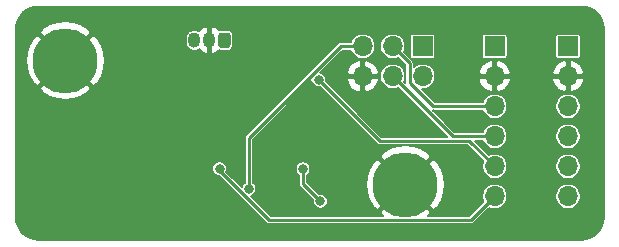
<source format=gbr>
%TF.GenerationSoftware,KiCad,Pcbnew,(5.1.9)-1*%
%TF.CreationDate,2021-02-27T13:09:48+00:00*%
%TF.ProjectId,filaSens-attiny84,66696c61-5365-46e7-932d-617474696e79,rev?*%
%TF.SameCoordinates,Original*%
%TF.FileFunction,Copper,L2,Bot*%
%TF.FilePolarity,Positive*%
%FSLAX46Y46*%
G04 Gerber Fmt 4.6, Leading zero omitted, Abs format (unit mm)*
G04 Created by KiCad (PCBNEW (5.1.9)-1) date 2021-02-27 13:09:48*
%MOMM*%
%LPD*%
G01*
G04 APERTURE LIST*
%TA.AperFunction,ComponentPad*%
%ADD10O,1.700000X1.700000*%
%TD*%
%TA.AperFunction,ComponentPad*%
%ADD11R,1.700000X1.700000*%
%TD*%
%TA.AperFunction,ComponentPad*%
%ADD12C,5.500000*%
%TD*%
%TA.AperFunction,ComponentPad*%
%ADD13O,1.050000X1.300000*%
%TD*%
%TA.AperFunction,ViaPad*%
%ADD14C,0.800000*%
%TD*%
%TA.AperFunction,Conductor*%
%ADD15C,0.250000*%
%TD*%
%TA.AperFunction,Conductor*%
%ADD16C,0.254000*%
%TD*%
%TA.AperFunction,Conductor*%
%ADD17C,0.203200*%
%TD*%
%TA.AperFunction,Conductor*%
%ADD18C,0.100000*%
%TD*%
G04 APERTURE END LIST*
D10*
%TO.P,J3,6*%
%TO.N,GND*%
X152979600Y-101028500D03*
%TO.P,J3,5*%
%TO.N,/RESET*%
X152979600Y-98488500D03*
%TO.P,J3,4*%
%TO.N,/SDA*%
X155519600Y-101028500D03*
%TO.P,J3,3*%
%TO.N,/SCL*%
X155519600Y-98488500D03*
%TO.P,J3,2*%
%TO.N,/+5v*%
X158059600Y-101028500D03*
D11*
%TO.P,J3,1*%
%TO.N,/MISO*%
X158059600Y-98488500D03*
%TD*%
D12*
%TO.P,H1,1*%
%TO.N,GND*%
X156601100Y-110203600D03*
%TD*%
%TO.P,H2,1*%
%TO.N,GND*%
X127801100Y-99703600D03*
%TD*%
D13*
%TO.P,U3,2*%
%TO.N,GND*%
X140011100Y-97979400D03*
%TO.P,U3,3*%
%TO.N,Net-(R5-Pad2)*%
X138741100Y-97979400D03*
%TO.P,U3,1*%
%TO.N,/+5v*%
%TA.AperFunction,ComponentPad*%
G36*
G01*
X141806100Y-97579300D02*
X141806100Y-98379500D01*
G75*
G02*
X141556200Y-98629400I-249900J0D01*
G01*
X141006000Y-98629400D01*
G75*
G02*
X140756100Y-98379500I0J249900D01*
G01*
X140756100Y-97579300D01*
G75*
G02*
X141006000Y-97329400I249900J0D01*
G01*
X141556200Y-97329400D01*
G75*
G02*
X141806100Y-97579300I0J-249900D01*
G01*
G37*
%TD.AperFunction*%
%TD*%
D11*
%TO.P,J1,1*%
%TO.N,/+5v*%
X164166100Y-98488500D03*
D10*
%TO.P,J1,2*%
%TO.N,GND*%
X164166100Y-101028500D03*
%TO.P,J1,3*%
%TO.N,/SCL*%
X164166100Y-103568500D03*
%TO.P,J1,4*%
%TO.N,/SDA*%
X164166100Y-106108500D03*
%TO.P,J1,5*%
%TO.N,/OUT*%
X164166100Y-108648500D03*
%TO.P,J1,6*%
%TO.N,/FAULT*%
X164166100Y-111188500D03*
%TD*%
D11*
%TO.P,J2,1*%
%TO.N,/+5v*%
X170383200Y-98488500D03*
D10*
%TO.P,J2,2*%
%TO.N,GND*%
X170383200Y-101028500D03*
%TO.P,J2,3*%
%TO.N,/SCL*%
X170383200Y-103568500D03*
%TO.P,J2,4*%
%TO.N,/SDA*%
X170383200Y-106108500D03*
%TO.P,J2,5*%
%TO.N,/OUT*%
X170383200Y-108648500D03*
%TO.P,J2,6*%
%TO.N,/FAULT*%
X170383200Y-111188500D03*
%TD*%
D14*
%TO.N,GND*%
X149098000Y-108000800D03*
X152349200Y-107899200D03*
X140106400Y-105308400D03*
%TO.N,/FAULT*%
X140868400Y-108864400D03*
%TO.N,/OUT*%
X149250400Y-101313600D03*
%TO.N,/RESET*%
X143357600Y-110540800D03*
%TO.N,/+5v*%
X147929600Y-108864400D03*
X149402800Y-111607600D03*
%TD*%
D15*
%TO.N,/FAULT*%
X140868400Y-109016562D02*
X145057439Y-113205601D01*
X140868400Y-108864400D02*
X140868400Y-109016562D01*
X162148999Y-113205601D02*
X164166100Y-111188500D01*
X145057439Y-113205601D02*
X162148999Y-113205601D01*
D16*
%TO.N,/OUT*%
X164141100Y-108653600D02*
X164141100Y-108788600D01*
D15*
X162003109Y-106485509D02*
X164166100Y-108648500D01*
X154422309Y-106485509D02*
X162003109Y-106485509D01*
X149250400Y-101313600D02*
X154422309Y-106485509D01*
D16*
%TO.N,/SDA*%
X164141100Y-106113600D02*
X164141100Y-106248600D01*
D15*
X160599600Y-106108500D02*
X164166100Y-106108500D01*
X155519600Y-101028500D02*
X160599600Y-106108500D01*
D16*
%TO.N,/SCL*%
X164141100Y-103573600D02*
X164141100Y-103708600D01*
D15*
%TO.N,/RESET*%
X152979600Y-98488500D02*
X152979600Y-98549362D01*
X143357600Y-106241438D02*
X143357600Y-110540800D01*
X151110538Y-98488500D02*
X143357600Y-106241438D01*
X152979600Y-98488500D02*
X151110538Y-98488500D01*
%TO.N,/+5v*%
X147929600Y-110134400D02*
X149402800Y-111607600D01*
X147929600Y-108864400D02*
X147929600Y-110134400D01*
%TO.N,/SCL*%
X158968638Y-103568500D02*
X164166100Y-103568500D01*
X156957599Y-101557461D02*
X158968638Y-103568500D01*
X156957599Y-99926499D02*
X156957599Y-101557461D01*
X155519600Y-98488500D02*
X156957599Y-99926499D01*
%TD*%
D17*
%TO.N,GND*%
X171864860Y-95166476D02*
X172214763Y-95272116D01*
X172537486Y-95443712D01*
X172820730Y-95674720D01*
X173053716Y-95956350D01*
X173227558Y-96277864D01*
X173335641Y-96627024D01*
X173374473Y-96996491D01*
X173374499Y-97003759D01*
X173374500Y-112997396D01*
X173338224Y-113367361D01*
X173232581Y-113717269D01*
X173060987Y-114039988D01*
X172829975Y-114323235D01*
X172548351Y-114556215D01*
X172226838Y-114730057D01*
X171877676Y-114838141D01*
X171508209Y-114876973D01*
X171500941Y-114876999D01*
X125507294Y-114876999D01*
X125137339Y-114840724D01*
X124787431Y-114735081D01*
X124464712Y-114563487D01*
X124181465Y-114332475D01*
X123948485Y-114050851D01*
X123774643Y-113729338D01*
X123666559Y-113380176D01*
X123627727Y-113010709D01*
X123627701Y-113003441D01*
X123627701Y-108802488D01*
X140239800Y-108802488D01*
X140239800Y-108926312D01*
X140263956Y-109047756D01*
X140311341Y-109162154D01*
X140380134Y-109265109D01*
X140467691Y-109352666D01*
X140570646Y-109421459D01*
X140685044Y-109468844D01*
X140806488Y-109493000D01*
X140844773Y-109493000D01*
X144795131Y-113443359D01*
X144806197Y-113456843D01*
X144819681Y-113467909D01*
X144819682Y-113467910D01*
X144860039Y-113501031D01*
X144901956Y-113523435D01*
X144921468Y-113533865D01*
X144988121Y-113554084D01*
X145040077Y-113559201D01*
X145040079Y-113559201D01*
X145057439Y-113560911D01*
X145074799Y-113559201D01*
X162131647Y-113559201D01*
X162148999Y-113560910D01*
X162166351Y-113559201D01*
X162166361Y-113559201D01*
X162218317Y-113554084D01*
X162284970Y-113533865D01*
X162346399Y-113501030D01*
X162400241Y-113456843D01*
X162411312Y-113443353D01*
X163694175Y-112160491D01*
X163851484Y-112225650D01*
X164059867Y-112267100D01*
X164272333Y-112267100D01*
X164480716Y-112225650D01*
X164677009Y-112144343D01*
X164853667Y-112026303D01*
X165003903Y-111876067D01*
X165121943Y-111699409D01*
X165203250Y-111503116D01*
X165244700Y-111294733D01*
X165244700Y-111082267D01*
X169304600Y-111082267D01*
X169304600Y-111294733D01*
X169346050Y-111503116D01*
X169427357Y-111699409D01*
X169545397Y-111876067D01*
X169695633Y-112026303D01*
X169872291Y-112144343D01*
X170068584Y-112225650D01*
X170276967Y-112267100D01*
X170489433Y-112267100D01*
X170697816Y-112225650D01*
X170894109Y-112144343D01*
X171070767Y-112026303D01*
X171221003Y-111876067D01*
X171339043Y-111699409D01*
X171420350Y-111503116D01*
X171461800Y-111294733D01*
X171461800Y-111082267D01*
X171420350Y-110873884D01*
X171339043Y-110677591D01*
X171221003Y-110500933D01*
X171070767Y-110350697D01*
X170894109Y-110232657D01*
X170697816Y-110151350D01*
X170489433Y-110109900D01*
X170276967Y-110109900D01*
X170068584Y-110151350D01*
X169872291Y-110232657D01*
X169695633Y-110350697D01*
X169545397Y-110500933D01*
X169427357Y-110677591D01*
X169346050Y-110873884D01*
X169304600Y-111082267D01*
X165244700Y-111082267D01*
X165203250Y-110873884D01*
X165121943Y-110677591D01*
X165003903Y-110500933D01*
X164853667Y-110350697D01*
X164677009Y-110232657D01*
X164480716Y-110151350D01*
X164272333Y-110109900D01*
X164059867Y-110109900D01*
X163851484Y-110151350D01*
X163655191Y-110232657D01*
X163478533Y-110350697D01*
X163328297Y-110500933D01*
X163210257Y-110677591D01*
X163128950Y-110873884D01*
X163087500Y-111082267D01*
X163087500Y-111294733D01*
X163128950Y-111503116D01*
X163194109Y-111660425D01*
X162002534Y-112852001D01*
X158534365Y-112852001D01*
X158761586Y-112543126D01*
X156601100Y-110382639D01*
X154440614Y-112543126D01*
X154667835Y-112852001D01*
X145203905Y-112852001D01*
X143504416Y-111152512D01*
X143540956Y-111145244D01*
X143655354Y-111097859D01*
X143758309Y-111029066D01*
X143845866Y-110941509D01*
X143914659Y-110838554D01*
X143962044Y-110724156D01*
X143986200Y-110602712D01*
X143986200Y-110478888D01*
X143962044Y-110357444D01*
X143914659Y-110243046D01*
X143845866Y-110140091D01*
X143758309Y-110052534D01*
X143711200Y-110021056D01*
X143711200Y-108802488D01*
X147301000Y-108802488D01*
X147301000Y-108926312D01*
X147325156Y-109047756D01*
X147372541Y-109162154D01*
X147441334Y-109265109D01*
X147528891Y-109352666D01*
X147576000Y-109384144D01*
X147576001Y-110117038D01*
X147574291Y-110134400D01*
X147576001Y-110151762D01*
X147581118Y-110203718D01*
X147601337Y-110270371D01*
X147634172Y-110331800D01*
X147678359Y-110385642D01*
X147691843Y-110396708D01*
X148785253Y-111490119D01*
X148774200Y-111545688D01*
X148774200Y-111669512D01*
X148798356Y-111790956D01*
X148845741Y-111905354D01*
X148914534Y-112008309D01*
X149002091Y-112095866D01*
X149105046Y-112164659D01*
X149219444Y-112212044D01*
X149340888Y-112236200D01*
X149464712Y-112236200D01*
X149586156Y-112212044D01*
X149700554Y-112164659D01*
X149803509Y-112095866D01*
X149891066Y-112008309D01*
X149959859Y-111905354D01*
X150007244Y-111790956D01*
X150031400Y-111669512D01*
X150031400Y-111545688D01*
X150007244Y-111424244D01*
X149959859Y-111309846D01*
X149891066Y-111206891D01*
X149803509Y-111119334D01*
X149700554Y-111050541D01*
X149586156Y-111003156D01*
X149464712Y-110979000D01*
X149340888Y-110979000D01*
X149285319Y-110990053D01*
X148494963Y-110199697D01*
X153277097Y-110199697D01*
X153340206Y-110848253D01*
X153528628Y-111472036D01*
X153835125Y-112047073D01*
X153839461Y-112053562D01*
X154261574Y-112364086D01*
X156422061Y-110203600D01*
X156780139Y-110203600D01*
X158940626Y-112364086D01*
X159362739Y-112053562D01*
X159670585Y-111479247D01*
X159860472Y-110855909D01*
X159925103Y-110207503D01*
X159861994Y-109558947D01*
X159673572Y-108935164D01*
X159367075Y-108360127D01*
X159362739Y-108353638D01*
X158940626Y-108043114D01*
X156780139Y-110203600D01*
X156422061Y-110203600D01*
X154261574Y-108043114D01*
X153839461Y-108353638D01*
X153531615Y-108927953D01*
X153341728Y-109551291D01*
X153277097Y-110199697D01*
X148494963Y-110199697D01*
X148283200Y-109987935D01*
X148283200Y-109384144D01*
X148330309Y-109352666D01*
X148417866Y-109265109D01*
X148486659Y-109162154D01*
X148534044Y-109047756D01*
X148558200Y-108926312D01*
X148558200Y-108802488D01*
X148534044Y-108681044D01*
X148486659Y-108566646D01*
X148417866Y-108463691D01*
X148330309Y-108376134D01*
X148227354Y-108307341D01*
X148112956Y-108259956D01*
X147991512Y-108235800D01*
X147867688Y-108235800D01*
X147746244Y-108259956D01*
X147631846Y-108307341D01*
X147528891Y-108376134D01*
X147441334Y-108463691D01*
X147372541Y-108566646D01*
X147325156Y-108681044D01*
X147301000Y-108802488D01*
X143711200Y-108802488D01*
X143711200Y-107864074D01*
X154440614Y-107864074D01*
X156601100Y-110024561D01*
X158761586Y-107864074D01*
X158451062Y-107441961D01*
X157876747Y-107134115D01*
X157253409Y-106944228D01*
X156605003Y-106879597D01*
X155956447Y-106942706D01*
X155332664Y-107131128D01*
X154757627Y-107437625D01*
X154751138Y-107441961D01*
X154440614Y-107864074D01*
X143711200Y-107864074D01*
X143711200Y-106387903D01*
X148638688Y-101460416D01*
X148645956Y-101496956D01*
X148693341Y-101611354D01*
X148762134Y-101714309D01*
X148849691Y-101801866D01*
X148952646Y-101870659D01*
X149067044Y-101918044D01*
X149188488Y-101942200D01*
X149312312Y-101942200D01*
X149367882Y-101931147D01*
X154159999Y-106723265D01*
X154171067Y-106736751D01*
X154184551Y-106747817D01*
X154184552Y-106747818D01*
X154224909Y-106780939D01*
X154266826Y-106803343D01*
X154286338Y-106813773D01*
X154352991Y-106833992D01*
X154404947Y-106839109D01*
X154404957Y-106839109D01*
X154422309Y-106840818D01*
X154439661Y-106839109D01*
X161856644Y-106839109D01*
X163194109Y-108176575D01*
X163128950Y-108333884D01*
X163087500Y-108542267D01*
X163087500Y-108754733D01*
X163128950Y-108963116D01*
X163210257Y-109159409D01*
X163328297Y-109336067D01*
X163478533Y-109486303D01*
X163655191Y-109604343D01*
X163851484Y-109685650D01*
X164059867Y-109727100D01*
X164272333Y-109727100D01*
X164480716Y-109685650D01*
X164677009Y-109604343D01*
X164853667Y-109486303D01*
X165003903Y-109336067D01*
X165121943Y-109159409D01*
X165203250Y-108963116D01*
X165244700Y-108754733D01*
X165244700Y-108542267D01*
X169304600Y-108542267D01*
X169304600Y-108754733D01*
X169346050Y-108963116D01*
X169427357Y-109159409D01*
X169545397Y-109336067D01*
X169695633Y-109486303D01*
X169872291Y-109604343D01*
X170068584Y-109685650D01*
X170276967Y-109727100D01*
X170489433Y-109727100D01*
X170697816Y-109685650D01*
X170894109Y-109604343D01*
X171070767Y-109486303D01*
X171221003Y-109336067D01*
X171339043Y-109159409D01*
X171420350Y-108963116D01*
X171461800Y-108754733D01*
X171461800Y-108542267D01*
X171420350Y-108333884D01*
X171339043Y-108137591D01*
X171221003Y-107960933D01*
X171070767Y-107810697D01*
X170894109Y-107692657D01*
X170697816Y-107611350D01*
X170489433Y-107569900D01*
X170276967Y-107569900D01*
X170068584Y-107611350D01*
X169872291Y-107692657D01*
X169695633Y-107810697D01*
X169545397Y-107960933D01*
X169427357Y-108137591D01*
X169346050Y-108333884D01*
X169304600Y-108542267D01*
X165244700Y-108542267D01*
X165203250Y-108333884D01*
X165121943Y-108137591D01*
X165003903Y-107960933D01*
X164853667Y-107810697D01*
X164677009Y-107692657D01*
X164480716Y-107611350D01*
X164272333Y-107569900D01*
X164059867Y-107569900D01*
X163851484Y-107611350D01*
X163694175Y-107676509D01*
X162479765Y-106462100D01*
X163145098Y-106462100D01*
X163210257Y-106619409D01*
X163328297Y-106796067D01*
X163478533Y-106946303D01*
X163655191Y-107064343D01*
X163851484Y-107145650D01*
X164059867Y-107187100D01*
X164272333Y-107187100D01*
X164480716Y-107145650D01*
X164677009Y-107064343D01*
X164853667Y-106946303D01*
X165003903Y-106796067D01*
X165121943Y-106619409D01*
X165203250Y-106423116D01*
X165244700Y-106214733D01*
X165244700Y-106002267D01*
X169304600Y-106002267D01*
X169304600Y-106214733D01*
X169346050Y-106423116D01*
X169427357Y-106619409D01*
X169545397Y-106796067D01*
X169695633Y-106946303D01*
X169872291Y-107064343D01*
X170068584Y-107145650D01*
X170276967Y-107187100D01*
X170489433Y-107187100D01*
X170697816Y-107145650D01*
X170894109Y-107064343D01*
X171070767Y-106946303D01*
X171221003Y-106796067D01*
X171339043Y-106619409D01*
X171420350Y-106423116D01*
X171461800Y-106214733D01*
X171461800Y-106002267D01*
X171420350Y-105793884D01*
X171339043Y-105597591D01*
X171221003Y-105420933D01*
X171070767Y-105270697D01*
X170894109Y-105152657D01*
X170697816Y-105071350D01*
X170489433Y-105029900D01*
X170276967Y-105029900D01*
X170068584Y-105071350D01*
X169872291Y-105152657D01*
X169695633Y-105270697D01*
X169545397Y-105420933D01*
X169427357Y-105597591D01*
X169346050Y-105793884D01*
X169304600Y-106002267D01*
X165244700Y-106002267D01*
X165203250Y-105793884D01*
X165121943Y-105597591D01*
X165003903Y-105420933D01*
X164853667Y-105270697D01*
X164677009Y-105152657D01*
X164480716Y-105071350D01*
X164272333Y-105029900D01*
X164059867Y-105029900D01*
X163851484Y-105071350D01*
X163655191Y-105152657D01*
X163478533Y-105270697D01*
X163328297Y-105420933D01*
X163210257Y-105597591D01*
X163145098Y-105754900D01*
X160746066Y-105754900D01*
X158909113Y-103917947D01*
X158951276Y-103922100D01*
X158951278Y-103922100D01*
X158968638Y-103923810D01*
X158985998Y-103922100D01*
X163145098Y-103922100D01*
X163210257Y-104079409D01*
X163328297Y-104256067D01*
X163478533Y-104406303D01*
X163655191Y-104524343D01*
X163851484Y-104605650D01*
X164059867Y-104647100D01*
X164272333Y-104647100D01*
X164480716Y-104605650D01*
X164677009Y-104524343D01*
X164853667Y-104406303D01*
X165003903Y-104256067D01*
X165121943Y-104079409D01*
X165203250Y-103883116D01*
X165244700Y-103674733D01*
X165244700Y-103462267D01*
X169304600Y-103462267D01*
X169304600Y-103674733D01*
X169346050Y-103883116D01*
X169427357Y-104079409D01*
X169545397Y-104256067D01*
X169695633Y-104406303D01*
X169872291Y-104524343D01*
X170068584Y-104605650D01*
X170276967Y-104647100D01*
X170489433Y-104647100D01*
X170697816Y-104605650D01*
X170894109Y-104524343D01*
X171070767Y-104406303D01*
X171221003Y-104256067D01*
X171339043Y-104079409D01*
X171420350Y-103883116D01*
X171461800Y-103674733D01*
X171461800Y-103462267D01*
X171420350Y-103253884D01*
X171339043Y-103057591D01*
X171221003Y-102880933D01*
X171070767Y-102730697D01*
X170894109Y-102612657D01*
X170697816Y-102531350D01*
X170489433Y-102489900D01*
X170276967Y-102489900D01*
X170068584Y-102531350D01*
X169872291Y-102612657D01*
X169695633Y-102730697D01*
X169545397Y-102880933D01*
X169427357Y-103057591D01*
X169346050Y-103253884D01*
X169304600Y-103462267D01*
X165244700Y-103462267D01*
X165203250Y-103253884D01*
X165121943Y-103057591D01*
X165003903Y-102880933D01*
X164853667Y-102730697D01*
X164677009Y-102612657D01*
X164480716Y-102531350D01*
X164272333Y-102489900D01*
X164059867Y-102489900D01*
X163851484Y-102531350D01*
X163655191Y-102612657D01*
X163478533Y-102730697D01*
X163328297Y-102880933D01*
X163210257Y-103057591D01*
X163145098Y-103214900D01*
X159115104Y-103214900D01*
X158007303Y-102107100D01*
X158165833Y-102107100D01*
X158374216Y-102065650D01*
X158570509Y-101984343D01*
X158747167Y-101866303D01*
X158897403Y-101716067D01*
X159015443Y-101539409D01*
X159084409Y-101372909D01*
X162800872Y-101372909D01*
X162839607Y-101500616D01*
X162957200Y-101750330D01*
X163121251Y-101972305D01*
X163325455Y-102158010D01*
X163561964Y-102300309D01*
X163821690Y-102393733D01*
X164039500Y-102291302D01*
X164039500Y-101155100D01*
X164292700Y-101155100D01*
X164292700Y-102291302D01*
X164510510Y-102393733D01*
X164770236Y-102300309D01*
X165006745Y-102158010D01*
X165210949Y-101972305D01*
X165375000Y-101750330D01*
X165492593Y-101500616D01*
X165531328Y-101372909D01*
X169017972Y-101372909D01*
X169056707Y-101500616D01*
X169174300Y-101750330D01*
X169338351Y-101972305D01*
X169542555Y-102158010D01*
X169779064Y-102300309D01*
X170038790Y-102393733D01*
X170256600Y-102291302D01*
X170256600Y-101155100D01*
X170509800Y-101155100D01*
X170509800Y-102291302D01*
X170727610Y-102393733D01*
X170987336Y-102300309D01*
X171223845Y-102158010D01*
X171428049Y-101972305D01*
X171592100Y-101750330D01*
X171709693Y-101500616D01*
X171748428Y-101372909D01*
X171645367Y-101155100D01*
X170509800Y-101155100D01*
X170256600Y-101155100D01*
X169121033Y-101155100D01*
X169017972Y-101372909D01*
X165531328Y-101372909D01*
X165428267Y-101155100D01*
X164292700Y-101155100D01*
X164039500Y-101155100D01*
X162903933Y-101155100D01*
X162800872Y-101372909D01*
X159084409Y-101372909D01*
X159096750Y-101343116D01*
X159138200Y-101134733D01*
X159138200Y-100922267D01*
X159096750Y-100713884D01*
X159084410Y-100684091D01*
X162800872Y-100684091D01*
X162903933Y-100901900D01*
X164039500Y-100901900D01*
X164039500Y-99765698D01*
X164292700Y-99765698D01*
X164292700Y-100901900D01*
X165428267Y-100901900D01*
X165531328Y-100684091D01*
X169017972Y-100684091D01*
X169121033Y-100901900D01*
X170256600Y-100901900D01*
X170256600Y-99765698D01*
X170509800Y-99765698D01*
X170509800Y-100901900D01*
X171645367Y-100901900D01*
X171748428Y-100684091D01*
X171709693Y-100556384D01*
X171592100Y-100306670D01*
X171428049Y-100084695D01*
X171223845Y-99898990D01*
X170987336Y-99756691D01*
X170727610Y-99663267D01*
X170509800Y-99765698D01*
X170256600Y-99765698D01*
X170038790Y-99663267D01*
X169779064Y-99756691D01*
X169542555Y-99898990D01*
X169338351Y-100084695D01*
X169174300Y-100306670D01*
X169056707Y-100556384D01*
X169017972Y-100684091D01*
X165531328Y-100684091D01*
X165492593Y-100556384D01*
X165375000Y-100306670D01*
X165210949Y-100084695D01*
X165006745Y-99898990D01*
X164770236Y-99756691D01*
X164510510Y-99663267D01*
X164292700Y-99765698D01*
X164039500Y-99765698D01*
X163821690Y-99663267D01*
X163561964Y-99756691D01*
X163325455Y-99898990D01*
X163121251Y-100084695D01*
X162957200Y-100306670D01*
X162839607Y-100556384D01*
X162800872Y-100684091D01*
X159084410Y-100684091D01*
X159015443Y-100517591D01*
X158897403Y-100340933D01*
X158747167Y-100190697D01*
X158570509Y-100072657D01*
X158374216Y-99991350D01*
X158165833Y-99949900D01*
X157953367Y-99949900D01*
X157744984Y-99991350D01*
X157548691Y-100072657D01*
X157372033Y-100190697D01*
X157311199Y-100251531D01*
X157311199Y-99943859D01*
X157312909Y-99926499D01*
X157311199Y-99909137D01*
X157306082Y-99857181D01*
X157285863Y-99790528D01*
X157272591Y-99765698D01*
X157253029Y-99729099D01*
X157219908Y-99688743D01*
X157208840Y-99675257D01*
X157195356Y-99664191D01*
X156491590Y-98960425D01*
X156556750Y-98803116D01*
X156598200Y-98594733D01*
X156598200Y-98382267D01*
X156556750Y-98173884D01*
X156475443Y-97977591D01*
X156357403Y-97800933D01*
X156207167Y-97650697D01*
X156188914Y-97638500D01*
X156979894Y-97638500D01*
X156979894Y-99338500D01*
X156984308Y-99383313D01*
X156997379Y-99426405D01*
X157018606Y-99466118D01*
X157047173Y-99500927D01*
X157081982Y-99529494D01*
X157121695Y-99550721D01*
X157164787Y-99563792D01*
X157209600Y-99568206D01*
X158909600Y-99568206D01*
X158954413Y-99563792D01*
X158997505Y-99550721D01*
X159037218Y-99529494D01*
X159072027Y-99500927D01*
X159100594Y-99466118D01*
X159121821Y-99426405D01*
X159134892Y-99383313D01*
X159139306Y-99338500D01*
X159139306Y-97638500D01*
X163086394Y-97638500D01*
X163086394Y-99338500D01*
X163090808Y-99383313D01*
X163103879Y-99426405D01*
X163125106Y-99466118D01*
X163153673Y-99500927D01*
X163188482Y-99529494D01*
X163228195Y-99550721D01*
X163271287Y-99563792D01*
X163316100Y-99568206D01*
X165016100Y-99568206D01*
X165060913Y-99563792D01*
X165104005Y-99550721D01*
X165143718Y-99529494D01*
X165178527Y-99500927D01*
X165207094Y-99466118D01*
X165228321Y-99426405D01*
X165241392Y-99383313D01*
X165245806Y-99338500D01*
X165245806Y-97638500D01*
X169303494Y-97638500D01*
X169303494Y-99338500D01*
X169307908Y-99383313D01*
X169320979Y-99426405D01*
X169342206Y-99466118D01*
X169370773Y-99500927D01*
X169405582Y-99529494D01*
X169445295Y-99550721D01*
X169488387Y-99563792D01*
X169533200Y-99568206D01*
X171233200Y-99568206D01*
X171278013Y-99563792D01*
X171321105Y-99550721D01*
X171360818Y-99529494D01*
X171395627Y-99500927D01*
X171424194Y-99466118D01*
X171445421Y-99426405D01*
X171458492Y-99383313D01*
X171462906Y-99338500D01*
X171462906Y-97638500D01*
X171458492Y-97593687D01*
X171445421Y-97550595D01*
X171424194Y-97510882D01*
X171395627Y-97476073D01*
X171360818Y-97447506D01*
X171321105Y-97426279D01*
X171278013Y-97413208D01*
X171233200Y-97408794D01*
X169533200Y-97408794D01*
X169488387Y-97413208D01*
X169445295Y-97426279D01*
X169405582Y-97447506D01*
X169370773Y-97476073D01*
X169342206Y-97510882D01*
X169320979Y-97550595D01*
X169307908Y-97593687D01*
X169303494Y-97638500D01*
X165245806Y-97638500D01*
X165241392Y-97593687D01*
X165228321Y-97550595D01*
X165207094Y-97510882D01*
X165178527Y-97476073D01*
X165143718Y-97447506D01*
X165104005Y-97426279D01*
X165060913Y-97413208D01*
X165016100Y-97408794D01*
X163316100Y-97408794D01*
X163271287Y-97413208D01*
X163228195Y-97426279D01*
X163188482Y-97447506D01*
X163153673Y-97476073D01*
X163125106Y-97510882D01*
X163103879Y-97550595D01*
X163090808Y-97593687D01*
X163086394Y-97638500D01*
X159139306Y-97638500D01*
X159134892Y-97593687D01*
X159121821Y-97550595D01*
X159100594Y-97510882D01*
X159072027Y-97476073D01*
X159037218Y-97447506D01*
X158997505Y-97426279D01*
X158954413Y-97413208D01*
X158909600Y-97408794D01*
X157209600Y-97408794D01*
X157164787Y-97413208D01*
X157121695Y-97426279D01*
X157081982Y-97447506D01*
X157047173Y-97476073D01*
X157018606Y-97510882D01*
X156997379Y-97550595D01*
X156984308Y-97593687D01*
X156979894Y-97638500D01*
X156188914Y-97638500D01*
X156030509Y-97532657D01*
X155834216Y-97451350D01*
X155625833Y-97409900D01*
X155413367Y-97409900D01*
X155204984Y-97451350D01*
X155008691Y-97532657D01*
X154832033Y-97650697D01*
X154681797Y-97800933D01*
X154563757Y-97977591D01*
X154482450Y-98173884D01*
X154441000Y-98382267D01*
X154441000Y-98594733D01*
X154482450Y-98803116D01*
X154563757Y-98999409D01*
X154681797Y-99176067D01*
X154832033Y-99326303D01*
X155008691Y-99444343D01*
X155204984Y-99525650D01*
X155413367Y-99567100D01*
X155625833Y-99567100D01*
X155834216Y-99525650D01*
X155991525Y-99460490D01*
X156603999Y-100072964D01*
X156604000Y-101540099D01*
X156602290Y-101557461D01*
X156604000Y-101574823D01*
X156608153Y-101616987D01*
X156491591Y-101500425D01*
X156556750Y-101343116D01*
X156598200Y-101134733D01*
X156598200Y-100922267D01*
X156556750Y-100713884D01*
X156475443Y-100517591D01*
X156357403Y-100340933D01*
X156207167Y-100190697D01*
X156030509Y-100072657D01*
X155834216Y-99991350D01*
X155625833Y-99949900D01*
X155413367Y-99949900D01*
X155204984Y-99991350D01*
X155008691Y-100072657D01*
X154832033Y-100190697D01*
X154681797Y-100340933D01*
X154563757Y-100517591D01*
X154482450Y-100713884D01*
X154441000Y-100922267D01*
X154441000Y-101134733D01*
X154482450Y-101343116D01*
X154563757Y-101539409D01*
X154681797Y-101716067D01*
X154832033Y-101866303D01*
X155008691Y-101984343D01*
X155204984Y-102065650D01*
X155413367Y-102107100D01*
X155625833Y-102107100D01*
X155834216Y-102065650D01*
X155991525Y-102000491D01*
X160122943Y-106131909D01*
X154568775Y-106131909D01*
X149867947Y-101431082D01*
X149879000Y-101375512D01*
X149879000Y-101372910D01*
X151614367Y-101372910D01*
X151707791Y-101632636D01*
X151850090Y-101869145D01*
X152035795Y-102073349D01*
X152257770Y-102237400D01*
X152507484Y-102354993D01*
X152635191Y-102393728D01*
X152853000Y-102290667D01*
X152853000Y-101155100D01*
X153106200Y-101155100D01*
X153106200Y-102290667D01*
X153324009Y-102393728D01*
X153451716Y-102354993D01*
X153701430Y-102237400D01*
X153923405Y-102073349D01*
X154109110Y-101869145D01*
X154251409Y-101632636D01*
X154344833Y-101372910D01*
X154242402Y-101155100D01*
X153106200Y-101155100D01*
X152853000Y-101155100D01*
X151716798Y-101155100D01*
X151614367Y-101372910D01*
X149879000Y-101372910D01*
X149879000Y-101251688D01*
X149854844Y-101130244D01*
X149807459Y-101015846D01*
X149738666Y-100912891D01*
X149651109Y-100825334D01*
X149548154Y-100756541D01*
X149433756Y-100709156D01*
X149397216Y-100701888D01*
X149415014Y-100684090D01*
X151614367Y-100684090D01*
X151716798Y-100901900D01*
X152853000Y-100901900D01*
X152853000Y-99766333D01*
X153106200Y-99766333D01*
X153106200Y-100901900D01*
X154242402Y-100901900D01*
X154344833Y-100684090D01*
X154251409Y-100424364D01*
X154109110Y-100187855D01*
X153923405Y-99983651D01*
X153701430Y-99819600D01*
X153451716Y-99702007D01*
X153324009Y-99663272D01*
X153106200Y-99766333D01*
X152853000Y-99766333D01*
X152635191Y-99663272D01*
X152507484Y-99702007D01*
X152257770Y-99819600D01*
X152035795Y-99983651D01*
X151850090Y-100187855D01*
X151707791Y-100424364D01*
X151614367Y-100684090D01*
X149415014Y-100684090D01*
X151257004Y-98842100D01*
X151958598Y-98842100D01*
X152023757Y-98999409D01*
X152141797Y-99176067D01*
X152292033Y-99326303D01*
X152468691Y-99444343D01*
X152664984Y-99525650D01*
X152873367Y-99567100D01*
X153085833Y-99567100D01*
X153294216Y-99525650D01*
X153490509Y-99444343D01*
X153667167Y-99326303D01*
X153817403Y-99176067D01*
X153935443Y-98999409D01*
X154016750Y-98803116D01*
X154058200Y-98594733D01*
X154058200Y-98382267D01*
X154016750Y-98173884D01*
X153935443Y-97977591D01*
X153817403Y-97800933D01*
X153667167Y-97650697D01*
X153490509Y-97532657D01*
X153294216Y-97451350D01*
X153085833Y-97409900D01*
X152873367Y-97409900D01*
X152664984Y-97451350D01*
X152468691Y-97532657D01*
X152292033Y-97650697D01*
X152141797Y-97800933D01*
X152023757Y-97977591D01*
X151958598Y-98134900D01*
X151127889Y-98134900D01*
X151110537Y-98133191D01*
X151093185Y-98134900D01*
X151093176Y-98134900D01*
X151041220Y-98140017D01*
X150974567Y-98160236D01*
X150913138Y-98193071D01*
X150859296Y-98237258D01*
X150848230Y-98250742D01*
X143119844Y-105979129D01*
X143106358Y-105990197D01*
X143062171Y-106044039D01*
X143029336Y-106105468D01*
X143009117Y-106172121D01*
X143004000Y-106224077D01*
X143004000Y-106224086D01*
X143002291Y-106241438D01*
X143004000Y-106258790D01*
X143004001Y-110021056D01*
X142956891Y-110052534D01*
X142869334Y-110140091D01*
X142800541Y-110243046D01*
X142753156Y-110357444D01*
X142745888Y-110393984D01*
X141451409Y-109099506D01*
X141472844Y-109047756D01*
X141497000Y-108926312D01*
X141497000Y-108802488D01*
X141472844Y-108681044D01*
X141425459Y-108566646D01*
X141356666Y-108463691D01*
X141269109Y-108376134D01*
X141166154Y-108307341D01*
X141051756Y-108259956D01*
X140930312Y-108235800D01*
X140806488Y-108235800D01*
X140685044Y-108259956D01*
X140570646Y-108307341D01*
X140467691Y-108376134D01*
X140380134Y-108463691D01*
X140311341Y-108566646D01*
X140263956Y-108681044D01*
X140239800Y-108802488D01*
X123627701Y-108802488D01*
X123627701Y-102043126D01*
X125640614Y-102043126D01*
X125951138Y-102465239D01*
X126525453Y-102773085D01*
X127148791Y-102962972D01*
X127797197Y-103027603D01*
X128445753Y-102964494D01*
X129069536Y-102776072D01*
X129644573Y-102469575D01*
X129651062Y-102465239D01*
X129961586Y-102043126D01*
X127801100Y-99882639D01*
X125640614Y-102043126D01*
X123627701Y-102043126D01*
X123627701Y-99699697D01*
X124477097Y-99699697D01*
X124540206Y-100348253D01*
X124728628Y-100972036D01*
X125035125Y-101547073D01*
X125039461Y-101553562D01*
X125461574Y-101864086D01*
X127622061Y-99703600D01*
X127980139Y-99703600D01*
X130140626Y-101864086D01*
X130562739Y-101553562D01*
X130870585Y-100979247D01*
X131060472Y-100355909D01*
X131125103Y-99707503D01*
X131061994Y-99058947D01*
X130873572Y-98435164D01*
X130567075Y-97860127D01*
X130562739Y-97853638D01*
X130513453Y-97817381D01*
X137987500Y-97817381D01*
X137987500Y-98141418D01*
X137998404Y-98252130D01*
X138041496Y-98394184D01*
X138111473Y-98525102D01*
X138205646Y-98639854D01*
X138320397Y-98734027D01*
X138451315Y-98804004D01*
X138593369Y-98847096D01*
X138741100Y-98861646D01*
X138888830Y-98847096D01*
X139030884Y-98804004D01*
X139143464Y-98743829D01*
X139216983Y-98840652D01*
X139375877Y-98981430D01*
X139559183Y-99088504D01*
X139717802Y-99146928D01*
X139884500Y-99039368D01*
X139884500Y-98106000D01*
X139864500Y-98106000D01*
X139864500Y-97852800D01*
X139884500Y-97852800D01*
X139884500Y-96919432D01*
X140137700Y-96919432D01*
X140137700Y-97852800D01*
X140157700Y-97852800D01*
X140157700Y-98106000D01*
X140137700Y-98106000D01*
X140137700Y-99039368D01*
X140304398Y-99146928D01*
X140463017Y-99088504D01*
X140646323Y-98981430D01*
X140805217Y-98840652D01*
X140819947Y-98821253D01*
X140822463Y-98822598D01*
X140912434Y-98849891D01*
X141006000Y-98859106D01*
X141556200Y-98859106D01*
X141649766Y-98849891D01*
X141739737Y-98822598D01*
X141822655Y-98778278D01*
X141895333Y-98718633D01*
X141954978Y-98645955D01*
X141999298Y-98563037D01*
X142026591Y-98473066D01*
X142035806Y-98379500D01*
X142035806Y-97579300D01*
X142026591Y-97485734D01*
X141999298Y-97395763D01*
X141954978Y-97312845D01*
X141895333Y-97240167D01*
X141822655Y-97180522D01*
X141739737Y-97136202D01*
X141649766Y-97108909D01*
X141556200Y-97099694D01*
X141006000Y-97099694D01*
X140912434Y-97108909D01*
X140822463Y-97136202D01*
X140819947Y-97137547D01*
X140805217Y-97118148D01*
X140646323Y-96977370D01*
X140463017Y-96870296D01*
X140304398Y-96811872D01*
X140137700Y-96919432D01*
X139884500Y-96919432D01*
X139717802Y-96811872D01*
X139559183Y-96870296D01*
X139375877Y-96977370D01*
X139216983Y-97118148D01*
X139143465Y-97214971D01*
X139030885Y-97154796D01*
X138888831Y-97111704D01*
X138741100Y-97097154D01*
X138593370Y-97111704D01*
X138451316Y-97154796D01*
X138320398Y-97224773D01*
X138205646Y-97318946D01*
X138111473Y-97433697D01*
X138041496Y-97564615D01*
X137998404Y-97706669D01*
X137987500Y-97817381D01*
X130513453Y-97817381D01*
X130140626Y-97543114D01*
X127980139Y-99703600D01*
X127622061Y-99703600D01*
X125461574Y-97543114D01*
X125039461Y-97853638D01*
X124731615Y-98427953D01*
X124541728Y-99051291D01*
X124477097Y-99699697D01*
X123627701Y-99699697D01*
X123627701Y-97364074D01*
X125640614Y-97364074D01*
X127801100Y-99524561D01*
X129961586Y-97364074D01*
X129651062Y-96941961D01*
X129076747Y-96634115D01*
X128453409Y-96444228D01*
X127805003Y-96379597D01*
X127156447Y-96442706D01*
X126532664Y-96631128D01*
X125957627Y-96937625D01*
X125951138Y-96941961D01*
X125640614Y-97364074D01*
X123627701Y-97364074D01*
X123627701Y-97009794D01*
X123663976Y-96639840D01*
X123769616Y-96289937D01*
X123941212Y-95967214D01*
X124172220Y-95683970D01*
X124453850Y-95450984D01*
X124775364Y-95277142D01*
X125124524Y-95169059D01*
X125493991Y-95130227D01*
X125501259Y-95130201D01*
X171494906Y-95130201D01*
X171864860Y-95166476D01*
%TA.AperFunction,Conductor*%
D18*
G36*
X171864860Y-95166476D02*
G01*
X172214763Y-95272116D01*
X172537486Y-95443712D01*
X172820730Y-95674720D01*
X173053716Y-95956350D01*
X173227558Y-96277864D01*
X173335641Y-96627024D01*
X173374473Y-96996491D01*
X173374499Y-97003759D01*
X173374500Y-112997396D01*
X173338224Y-113367361D01*
X173232581Y-113717269D01*
X173060987Y-114039988D01*
X172829975Y-114323235D01*
X172548351Y-114556215D01*
X172226838Y-114730057D01*
X171877676Y-114838141D01*
X171508209Y-114876973D01*
X171500941Y-114876999D01*
X125507294Y-114876999D01*
X125137339Y-114840724D01*
X124787431Y-114735081D01*
X124464712Y-114563487D01*
X124181465Y-114332475D01*
X123948485Y-114050851D01*
X123774643Y-113729338D01*
X123666559Y-113380176D01*
X123627727Y-113010709D01*
X123627701Y-113003441D01*
X123627701Y-108802488D01*
X140239800Y-108802488D01*
X140239800Y-108926312D01*
X140263956Y-109047756D01*
X140311341Y-109162154D01*
X140380134Y-109265109D01*
X140467691Y-109352666D01*
X140570646Y-109421459D01*
X140685044Y-109468844D01*
X140806488Y-109493000D01*
X140844773Y-109493000D01*
X144795131Y-113443359D01*
X144806197Y-113456843D01*
X144819681Y-113467909D01*
X144819682Y-113467910D01*
X144860039Y-113501031D01*
X144901956Y-113523435D01*
X144921468Y-113533865D01*
X144988121Y-113554084D01*
X145040077Y-113559201D01*
X145040079Y-113559201D01*
X145057439Y-113560911D01*
X145074799Y-113559201D01*
X162131647Y-113559201D01*
X162148999Y-113560910D01*
X162166351Y-113559201D01*
X162166361Y-113559201D01*
X162218317Y-113554084D01*
X162284970Y-113533865D01*
X162346399Y-113501030D01*
X162400241Y-113456843D01*
X162411312Y-113443353D01*
X163694175Y-112160491D01*
X163851484Y-112225650D01*
X164059867Y-112267100D01*
X164272333Y-112267100D01*
X164480716Y-112225650D01*
X164677009Y-112144343D01*
X164853667Y-112026303D01*
X165003903Y-111876067D01*
X165121943Y-111699409D01*
X165203250Y-111503116D01*
X165244700Y-111294733D01*
X165244700Y-111082267D01*
X169304600Y-111082267D01*
X169304600Y-111294733D01*
X169346050Y-111503116D01*
X169427357Y-111699409D01*
X169545397Y-111876067D01*
X169695633Y-112026303D01*
X169872291Y-112144343D01*
X170068584Y-112225650D01*
X170276967Y-112267100D01*
X170489433Y-112267100D01*
X170697816Y-112225650D01*
X170894109Y-112144343D01*
X171070767Y-112026303D01*
X171221003Y-111876067D01*
X171339043Y-111699409D01*
X171420350Y-111503116D01*
X171461800Y-111294733D01*
X171461800Y-111082267D01*
X171420350Y-110873884D01*
X171339043Y-110677591D01*
X171221003Y-110500933D01*
X171070767Y-110350697D01*
X170894109Y-110232657D01*
X170697816Y-110151350D01*
X170489433Y-110109900D01*
X170276967Y-110109900D01*
X170068584Y-110151350D01*
X169872291Y-110232657D01*
X169695633Y-110350697D01*
X169545397Y-110500933D01*
X169427357Y-110677591D01*
X169346050Y-110873884D01*
X169304600Y-111082267D01*
X165244700Y-111082267D01*
X165203250Y-110873884D01*
X165121943Y-110677591D01*
X165003903Y-110500933D01*
X164853667Y-110350697D01*
X164677009Y-110232657D01*
X164480716Y-110151350D01*
X164272333Y-110109900D01*
X164059867Y-110109900D01*
X163851484Y-110151350D01*
X163655191Y-110232657D01*
X163478533Y-110350697D01*
X163328297Y-110500933D01*
X163210257Y-110677591D01*
X163128950Y-110873884D01*
X163087500Y-111082267D01*
X163087500Y-111294733D01*
X163128950Y-111503116D01*
X163194109Y-111660425D01*
X162002534Y-112852001D01*
X158534365Y-112852001D01*
X158761586Y-112543126D01*
X156601100Y-110382639D01*
X154440614Y-112543126D01*
X154667835Y-112852001D01*
X145203905Y-112852001D01*
X143504416Y-111152512D01*
X143540956Y-111145244D01*
X143655354Y-111097859D01*
X143758309Y-111029066D01*
X143845866Y-110941509D01*
X143914659Y-110838554D01*
X143962044Y-110724156D01*
X143986200Y-110602712D01*
X143986200Y-110478888D01*
X143962044Y-110357444D01*
X143914659Y-110243046D01*
X143845866Y-110140091D01*
X143758309Y-110052534D01*
X143711200Y-110021056D01*
X143711200Y-108802488D01*
X147301000Y-108802488D01*
X147301000Y-108926312D01*
X147325156Y-109047756D01*
X147372541Y-109162154D01*
X147441334Y-109265109D01*
X147528891Y-109352666D01*
X147576000Y-109384144D01*
X147576001Y-110117038D01*
X147574291Y-110134400D01*
X147576001Y-110151762D01*
X147581118Y-110203718D01*
X147601337Y-110270371D01*
X147634172Y-110331800D01*
X147678359Y-110385642D01*
X147691843Y-110396708D01*
X148785253Y-111490119D01*
X148774200Y-111545688D01*
X148774200Y-111669512D01*
X148798356Y-111790956D01*
X148845741Y-111905354D01*
X148914534Y-112008309D01*
X149002091Y-112095866D01*
X149105046Y-112164659D01*
X149219444Y-112212044D01*
X149340888Y-112236200D01*
X149464712Y-112236200D01*
X149586156Y-112212044D01*
X149700554Y-112164659D01*
X149803509Y-112095866D01*
X149891066Y-112008309D01*
X149959859Y-111905354D01*
X150007244Y-111790956D01*
X150031400Y-111669512D01*
X150031400Y-111545688D01*
X150007244Y-111424244D01*
X149959859Y-111309846D01*
X149891066Y-111206891D01*
X149803509Y-111119334D01*
X149700554Y-111050541D01*
X149586156Y-111003156D01*
X149464712Y-110979000D01*
X149340888Y-110979000D01*
X149285319Y-110990053D01*
X148494963Y-110199697D01*
X153277097Y-110199697D01*
X153340206Y-110848253D01*
X153528628Y-111472036D01*
X153835125Y-112047073D01*
X153839461Y-112053562D01*
X154261574Y-112364086D01*
X156422061Y-110203600D01*
X156780139Y-110203600D01*
X158940626Y-112364086D01*
X159362739Y-112053562D01*
X159670585Y-111479247D01*
X159860472Y-110855909D01*
X159925103Y-110207503D01*
X159861994Y-109558947D01*
X159673572Y-108935164D01*
X159367075Y-108360127D01*
X159362739Y-108353638D01*
X158940626Y-108043114D01*
X156780139Y-110203600D01*
X156422061Y-110203600D01*
X154261574Y-108043114D01*
X153839461Y-108353638D01*
X153531615Y-108927953D01*
X153341728Y-109551291D01*
X153277097Y-110199697D01*
X148494963Y-110199697D01*
X148283200Y-109987935D01*
X148283200Y-109384144D01*
X148330309Y-109352666D01*
X148417866Y-109265109D01*
X148486659Y-109162154D01*
X148534044Y-109047756D01*
X148558200Y-108926312D01*
X148558200Y-108802488D01*
X148534044Y-108681044D01*
X148486659Y-108566646D01*
X148417866Y-108463691D01*
X148330309Y-108376134D01*
X148227354Y-108307341D01*
X148112956Y-108259956D01*
X147991512Y-108235800D01*
X147867688Y-108235800D01*
X147746244Y-108259956D01*
X147631846Y-108307341D01*
X147528891Y-108376134D01*
X147441334Y-108463691D01*
X147372541Y-108566646D01*
X147325156Y-108681044D01*
X147301000Y-108802488D01*
X143711200Y-108802488D01*
X143711200Y-107864074D01*
X154440614Y-107864074D01*
X156601100Y-110024561D01*
X158761586Y-107864074D01*
X158451062Y-107441961D01*
X157876747Y-107134115D01*
X157253409Y-106944228D01*
X156605003Y-106879597D01*
X155956447Y-106942706D01*
X155332664Y-107131128D01*
X154757627Y-107437625D01*
X154751138Y-107441961D01*
X154440614Y-107864074D01*
X143711200Y-107864074D01*
X143711200Y-106387903D01*
X148638688Y-101460416D01*
X148645956Y-101496956D01*
X148693341Y-101611354D01*
X148762134Y-101714309D01*
X148849691Y-101801866D01*
X148952646Y-101870659D01*
X149067044Y-101918044D01*
X149188488Y-101942200D01*
X149312312Y-101942200D01*
X149367882Y-101931147D01*
X154159999Y-106723265D01*
X154171067Y-106736751D01*
X154184551Y-106747817D01*
X154184552Y-106747818D01*
X154224909Y-106780939D01*
X154266826Y-106803343D01*
X154286338Y-106813773D01*
X154352991Y-106833992D01*
X154404947Y-106839109D01*
X154404957Y-106839109D01*
X154422309Y-106840818D01*
X154439661Y-106839109D01*
X161856644Y-106839109D01*
X163194109Y-108176575D01*
X163128950Y-108333884D01*
X163087500Y-108542267D01*
X163087500Y-108754733D01*
X163128950Y-108963116D01*
X163210257Y-109159409D01*
X163328297Y-109336067D01*
X163478533Y-109486303D01*
X163655191Y-109604343D01*
X163851484Y-109685650D01*
X164059867Y-109727100D01*
X164272333Y-109727100D01*
X164480716Y-109685650D01*
X164677009Y-109604343D01*
X164853667Y-109486303D01*
X165003903Y-109336067D01*
X165121943Y-109159409D01*
X165203250Y-108963116D01*
X165244700Y-108754733D01*
X165244700Y-108542267D01*
X169304600Y-108542267D01*
X169304600Y-108754733D01*
X169346050Y-108963116D01*
X169427357Y-109159409D01*
X169545397Y-109336067D01*
X169695633Y-109486303D01*
X169872291Y-109604343D01*
X170068584Y-109685650D01*
X170276967Y-109727100D01*
X170489433Y-109727100D01*
X170697816Y-109685650D01*
X170894109Y-109604343D01*
X171070767Y-109486303D01*
X171221003Y-109336067D01*
X171339043Y-109159409D01*
X171420350Y-108963116D01*
X171461800Y-108754733D01*
X171461800Y-108542267D01*
X171420350Y-108333884D01*
X171339043Y-108137591D01*
X171221003Y-107960933D01*
X171070767Y-107810697D01*
X170894109Y-107692657D01*
X170697816Y-107611350D01*
X170489433Y-107569900D01*
X170276967Y-107569900D01*
X170068584Y-107611350D01*
X169872291Y-107692657D01*
X169695633Y-107810697D01*
X169545397Y-107960933D01*
X169427357Y-108137591D01*
X169346050Y-108333884D01*
X169304600Y-108542267D01*
X165244700Y-108542267D01*
X165203250Y-108333884D01*
X165121943Y-108137591D01*
X165003903Y-107960933D01*
X164853667Y-107810697D01*
X164677009Y-107692657D01*
X164480716Y-107611350D01*
X164272333Y-107569900D01*
X164059867Y-107569900D01*
X163851484Y-107611350D01*
X163694175Y-107676509D01*
X162479765Y-106462100D01*
X163145098Y-106462100D01*
X163210257Y-106619409D01*
X163328297Y-106796067D01*
X163478533Y-106946303D01*
X163655191Y-107064343D01*
X163851484Y-107145650D01*
X164059867Y-107187100D01*
X164272333Y-107187100D01*
X164480716Y-107145650D01*
X164677009Y-107064343D01*
X164853667Y-106946303D01*
X165003903Y-106796067D01*
X165121943Y-106619409D01*
X165203250Y-106423116D01*
X165244700Y-106214733D01*
X165244700Y-106002267D01*
X169304600Y-106002267D01*
X169304600Y-106214733D01*
X169346050Y-106423116D01*
X169427357Y-106619409D01*
X169545397Y-106796067D01*
X169695633Y-106946303D01*
X169872291Y-107064343D01*
X170068584Y-107145650D01*
X170276967Y-107187100D01*
X170489433Y-107187100D01*
X170697816Y-107145650D01*
X170894109Y-107064343D01*
X171070767Y-106946303D01*
X171221003Y-106796067D01*
X171339043Y-106619409D01*
X171420350Y-106423116D01*
X171461800Y-106214733D01*
X171461800Y-106002267D01*
X171420350Y-105793884D01*
X171339043Y-105597591D01*
X171221003Y-105420933D01*
X171070767Y-105270697D01*
X170894109Y-105152657D01*
X170697816Y-105071350D01*
X170489433Y-105029900D01*
X170276967Y-105029900D01*
X170068584Y-105071350D01*
X169872291Y-105152657D01*
X169695633Y-105270697D01*
X169545397Y-105420933D01*
X169427357Y-105597591D01*
X169346050Y-105793884D01*
X169304600Y-106002267D01*
X165244700Y-106002267D01*
X165203250Y-105793884D01*
X165121943Y-105597591D01*
X165003903Y-105420933D01*
X164853667Y-105270697D01*
X164677009Y-105152657D01*
X164480716Y-105071350D01*
X164272333Y-105029900D01*
X164059867Y-105029900D01*
X163851484Y-105071350D01*
X163655191Y-105152657D01*
X163478533Y-105270697D01*
X163328297Y-105420933D01*
X163210257Y-105597591D01*
X163145098Y-105754900D01*
X160746066Y-105754900D01*
X158909113Y-103917947D01*
X158951276Y-103922100D01*
X158951278Y-103922100D01*
X158968638Y-103923810D01*
X158985998Y-103922100D01*
X163145098Y-103922100D01*
X163210257Y-104079409D01*
X163328297Y-104256067D01*
X163478533Y-104406303D01*
X163655191Y-104524343D01*
X163851484Y-104605650D01*
X164059867Y-104647100D01*
X164272333Y-104647100D01*
X164480716Y-104605650D01*
X164677009Y-104524343D01*
X164853667Y-104406303D01*
X165003903Y-104256067D01*
X165121943Y-104079409D01*
X165203250Y-103883116D01*
X165244700Y-103674733D01*
X165244700Y-103462267D01*
X169304600Y-103462267D01*
X169304600Y-103674733D01*
X169346050Y-103883116D01*
X169427357Y-104079409D01*
X169545397Y-104256067D01*
X169695633Y-104406303D01*
X169872291Y-104524343D01*
X170068584Y-104605650D01*
X170276967Y-104647100D01*
X170489433Y-104647100D01*
X170697816Y-104605650D01*
X170894109Y-104524343D01*
X171070767Y-104406303D01*
X171221003Y-104256067D01*
X171339043Y-104079409D01*
X171420350Y-103883116D01*
X171461800Y-103674733D01*
X171461800Y-103462267D01*
X171420350Y-103253884D01*
X171339043Y-103057591D01*
X171221003Y-102880933D01*
X171070767Y-102730697D01*
X170894109Y-102612657D01*
X170697816Y-102531350D01*
X170489433Y-102489900D01*
X170276967Y-102489900D01*
X170068584Y-102531350D01*
X169872291Y-102612657D01*
X169695633Y-102730697D01*
X169545397Y-102880933D01*
X169427357Y-103057591D01*
X169346050Y-103253884D01*
X169304600Y-103462267D01*
X165244700Y-103462267D01*
X165203250Y-103253884D01*
X165121943Y-103057591D01*
X165003903Y-102880933D01*
X164853667Y-102730697D01*
X164677009Y-102612657D01*
X164480716Y-102531350D01*
X164272333Y-102489900D01*
X164059867Y-102489900D01*
X163851484Y-102531350D01*
X163655191Y-102612657D01*
X163478533Y-102730697D01*
X163328297Y-102880933D01*
X163210257Y-103057591D01*
X163145098Y-103214900D01*
X159115104Y-103214900D01*
X158007303Y-102107100D01*
X158165833Y-102107100D01*
X158374216Y-102065650D01*
X158570509Y-101984343D01*
X158747167Y-101866303D01*
X158897403Y-101716067D01*
X159015443Y-101539409D01*
X159084409Y-101372909D01*
X162800872Y-101372909D01*
X162839607Y-101500616D01*
X162957200Y-101750330D01*
X163121251Y-101972305D01*
X163325455Y-102158010D01*
X163561964Y-102300309D01*
X163821690Y-102393733D01*
X164039500Y-102291302D01*
X164039500Y-101155100D01*
X164292700Y-101155100D01*
X164292700Y-102291302D01*
X164510510Y-102393733D01*
X164770236Y-102300309D01*
X165006745Y-102158010D01*
X165210949Y-101972305D01*
X165375000Y-101750330D01*
X165492593Y-101500616D01*
X165531328Y-101372909D01*
X169017972Y-101372909D01*
X169056707Y-101500616D01*
X169174300Y-101750330D01*
X169338351Y-101972305D01*
X169542555Y-102158010D01*
X169779064Y-102300309D01*
X170038790Y-102393733D01*
X170256600Y-102291302D01*
X170256600Y-101155100D01*
X170509800Y-101155100D01*
X170509800Y-102291302D01*
X170727610Y-102393733D01*
X170987336Y-102300309D01*
X171223845Y-102158010D01*
X171428049Y-101972305D01*
X171592100Y-101750330D01*
X171709693Y-101500616D01*
X171748428Y-101372909D01*
X171645367Y-101155100D01*
X170509800Y-101155100D01*
X170256600Y-101155100D01*
X169121033Y-101155100D01*
X169017972Y-101372909D01*
X165531328Y-101372909D01*
X165428267Y-101155100D01*
X164292700Y-101155100D01*
X164039500Y-101155100D01*
X162903933Y-101155100D01*
X162800872Y-101372909D01*
X159084409Y-101372909D01*
X159096750Y-101343116D01*
X159138200Y-101134733D01*
X159138200Y-100922267D01*
X159096750Y-100713884D01*
X159084410Y-100684091D01*
X162800872Y-100684091D01*
X162903933Y-100901900D01*
X164039500Y-100901900D01*
X164039500Y-99765698D01*
X164292700Y-99765698D01*
X164292700Y-100901900D01*
X165428267Y-100901900D01*
X165531328Y-100684091D01*
X169017972Y-100684091D01*
X169121033Y-100901900D01*
X170256600Y-100901900D01*
X170256600Y-99765698D01*
X170509800Y-99765698D01*
X170509800Y-100901900D01*
X171645367Y-100901900D01*
X171748428Y-100684091D01*
X171709693Y-100556384D01*
X171592100Y-100306670D01*
X171428049Y-100084695D01*
X171223845Y-99898990D01*
X170987336Y-99756691D01*
X170727610Y-99663267D01*
X170509800Y-99765698D01*
X170256600Y-99765698D01*
X170038790Y-99663267D01*
X169779064Y-99756691D01*
X169542555Y-99898990D01*
X169338351Y-100084695D01*
X169174300Y-100306670D01*
X169056707Y-100556384D01*
X169017972Y-100684091D01*
X165531328Y-100684091D01*
X165492593Y-100556384D01*
X165375000Y-100306670D01*
X165210949Y-100084695D01*
X165006745Y-99898990D01*
X164770236Y-99756691D01*
X164510510Y-99663267D01*
X164292700Y-99765698D01*
X164039500Y-99765698D01*
X163821690Y-99663267D01*
X163561964Y-99756691D01*
X163325455Y-99898990D01*
X163121251Y-100084695D01*
X162957200Y-100306670D01*
X162839607Y-100556384D01*
X162800872Y-100684091D01*
X159084410Y-100684091D01*
X159015443Y-100517591D01*
X158897403Y-100340933D01*
X158747167Y-100190697D01*
X158570509Y-100072657D01*
X158374216Y-99991350D01*
X158165833Y-99949900D01*
X157953367Y-99949900D01*
X157744984Y-99991350D01*
X157548691Y-100072657D01*
X157372033Y-100190697D01*
X157311199Y-100251531D01*
X157311199Y-99943859D01*
X157312909Y-99926499D01*
X157311199Y-99909137D01*
X157306082Y-99857181D01*
X157285863Y-99790528D01*
X157272591Y-99765698D01*
X157253029Y-99729099D01*
X157219908Y-99688743D01*
X157208840Y-99675257D01*
X157195356Y-99664191D01*
X156491590Y-98960425D01*
X156556750Y-98803116D01*
X156598200Y-98594733D01*
X156598200Y-98382267D01*
X156556750Y-98173884D01*
X156475443Y-97977591D01*
X156357403Y-97800933D01*
X156207167Y-97650697D01*
X156188914Y-97638500D01*
X156979894Y-97638500D01*
X156979894Y-99338500D01*
X156984308Y-99383313D01*
X156997379Y-99426405D01*
X157018606Y-99466118D01*
X157047173Y-99500927D01*
X157081982Y-99529494D01*
X157121695Y-99550721D01*
X157164787Y-99563792D01*
X157209600Y-99568206D01*
X158909600Y-99568206D01*
X158954413Y-99563792D01*
X158997505Y-99550721D01*
X159037218Y-99529494D01*
X159072027Y-99500927D01*
X159100594Y-99466118D01*
X159121821Y-99426405D01*
X159134892Y-99383313D01*
X159139306Y-99338500D01*
X159139306Y-97638500D01*
X163086394Y-97638500D01*
X163086394Y-99338500D01*
X163090808Y-99383313D01*
X163103879Y-99426405D01*
X163125106Y-99466118D01*
X163153673Y-99500927D01*
X163188482Y-99529494D01*
X163228195Y-99550721D01*
X163271287Y-99563792D01*
X163316100Y-99568206D01*
X165016100Y-99568206D01*
X165060913Y-99563792D01*
X165104005Y-99550721D01*
X165143718Y-99529494D01*
X165178527Y-99500927D01*
X165207094Y-99466118D01*
X165228321Y-99426405D01*
X165241392Y-99383313D01*
X165245806Y-99338500D01*
X165245806Y-97638500D01*
X169303494Y-97638500D01*
X169303494Y-99338500D01*
X169307908Y-99383313D01*
X169320979Y-99426405D01*
X169342206Y-99466118D01*
X169370773Y-99500927D01*
X169405582Y-99529494D01*
X169445295Y-99550721D01*
X169488387Y-99563792D01*
X169533200Y-99568206D01*
X171233200Y-99568206D01*
X171278013Y-99563792D01*
X171321105Y-99550721D01*
X171360818Y-99529494D01*
X171395627Y-99500927D01*
X171424194Y-99466118D01*
X171445421Y-99426405D01*
X171458492Y-99383313D01*
X171462906Y-99338500D01*
X171462906Y-97638500D01*
X171458492Y-97593687D01*
X171445421Y-97550595D01*
X171424194Y-97510882D01*
X171395627Y-97476073D01*
X171360818Y-97447506D01*
X171321105Y-97426279D01*
X171278013Y-97413208D01*
X171233200Y-97408794D01*
X169533200Y-97408794D01*
X169488387Y-97413208D01*
X169445295Y-97426279D01*
X169405582Y-97447506D01*
X169370773Y-97476073D01*
X169342206Y-97510882D01*
X169320979Y-97550595D01*
X169307908Y-97593687D01*
X169303494Y-97638500D01*
X165245806Y-97638500D01*
X165241392Y-97593687D01*
X165228321Y-97550595D01*
X165207094Y-97510882D01*
X165178527Y-97476073D01*
X165143718Y-97447506D01*
X165104005Y-97426279D01*
X165060913Y-97413208D01*
X165016100Y-97408794D01*
X163316100Y-97408794D01*
X163271287Y-97413208D01*
X163228195Y-97426279D01*
X163188482Y-97447506D01*
X163153673Y-97476073D01*
X163125106Y-97510882D01*
X163103879Y-97550595D01*
X163090808Y-97593687D01*
X163086394Y-97638500D01*
X159139306Y-97638500D01*
X159134892Y-97593687D01*
X159121821Y-97550595D01*
X159100594Y-97510882D01*
X159072027Y-97476073D01*
X159037218Y-97447506D01*
X158997505Y-97426279D01*
X158954413Y-97413208D01*
X158909600Y-97408794D01*
X157209600Y-97408794D01*
X157164787Y-97413208D01*
X157121695Y-97426279D01*
X157081982Y-97447506D01*
X157047173Y-97476073D01*
X157018606Y-97510882D01*
X156997379Y-97550595D01*
X156984308Y-97593687D01*
X156979894Y-97638500D01*
X156188914Y-97638500D01*
X156030509Y-97532657D01*
X155834216Y-97451350D01*
X155625833Y-97409900D01*
X155413367Y-97409900D01*
X155204984Y-97451350D01*
X155008691Y-97532657D01*
X154832033Y-97650697D01*
X154681797Y-97800933D01*
X154563757Y-97977591D01*
X154482450Y-98173884D01*
X154441000Y-98382267D01*
X154441000Y-98594733D01*
X154482450Y-98803116D01*
X154563757Y-98999409D01*
X154681797Y-99176067D01*
X154832033Y-99326303D01*
X155008691Y-99444343D01*
X155204984Y-99525650D01*
X155413367Y-99567100D01*
X155625833Y-99567100D01*
X155834216Y-99525650D01*
X155991525Y-99460490D01*
X156603999Y-100072964D01*
X156604000Y-101540099D01*
X156602290Y-101557461D01*
X156604000Y-101574823D01*
X156608153Y-101616987D01*
X156491591Y-101500425D01*
X156556750Y-101343116D01*
X156598200Y-101134733D01*
X156598200Y-100922267D01*
X156556750Y-100713884D01*
X156475443Y-100517591D01*
X156357403Y-100340933D01*
X156207167Y-100190697D01*
X156030509Y-100072657D01*
X155834216Y-99991350D01*
X155625833Y-99949900D01*
X155413367Y-99949900D01*
X155204984Y-99991350D01*
X155008691Y-100072657D01*
X154832033Y-100190697D01*
X154681797Y-100340933D01*
X154563757Y-100517591D01*
X154482450Y-100713884D01*
X154441000Y-100922267D01*
X154441000Y-101134733D01*
X154482450Y-101343116D01*
X154563757Y-101539409D01*
X154681797Y-101716067D01*
X154832033Y-101866303D01*
X155008691Y-101984343D01*
X155204984Y-102065650D01*
X155413367Y-102107100D01*
X155625833Y-102107100D01*
X155834216Y-102065650D01*
X155991525Y-102000491D01*
X160122943Y-106131909D01*
X154568775Y-106131909D01*
X149867947Y-101431082D01*
X149879000Y-101375512D01*
X149879000Y-101372910D01*
X151614367Y-101372910D01*
X151707791Y-101632636D01*
X151850090Y-101869145D01*
X152035795Y-102073349D01*
X152257770Y-102237400D01*
X152507484Y-102354993D01*
X152635191Y-102393728D01*
X152853000Y-102290667D01*
X152853000Y-101155100D01*
X153106200Y-101155100D01*
X153106200Y-102290667D01*
X153324009Y-102393728D01*
X153451716Y-102354993D01*
X153701430Y-102237400D01*
X153923405Y-102073349D01*
X154109110Y-101869145D01*
X154251409Y-101632636D01*
X154344833Y-101372910D01*
X154242402Y-101155100D01*
X153106200Y-101155100D01*
X152853000Y-101155100D01*
X151716798Y-101155100D01*
X151614367Y-101372910D01*
X149879000Y-101372910D01*
X149879000Y-101251688D01*
X149854844Y-101130244D01*
X149807459Y-101015846D01*
X149738666Y-100912891D01*
X149651109Y-100825334D01*
X149548154Y-100756541D01*
X149433756Y-100709156D01*
X149397216Y-100701888D01*
X149415014Y-100684090D01*
X151614367Y-100684090D01*
X151716798Y-100901900D01*
X152853000Y-100901900D01*
X152853000Y-99766333D01*
X153106200Y-99766333D01*
X153106200Y-100901900D01*
X154242402Y-100901900D01*
X154344833Y-100684090D01*
X154251409Y-100424364D01*
X154109110Y-100187855D01*
X153923405Y-99983651D01*
X153701430Y-99819600D01*
X153451716Y-99702007D01*
X153324009Y-99663272D01*
X153106200Y-99766333D01*
X152853000Y-99766333D01*
X152635191Y-99663272D01*
X152507484Y-99702007D01*
X152257770Y-99819600D01*
X152035795Y-99983651D01*
X151850090Y-100187855D01*
X151707791Y-100424364D01*
X151614367Y-100684090D01*
X149415014Y-100684090D01*
X151257004Y-98842100D01*
X151958598Y-98842100D01*
X152023757Y-98999409D01*
X152141797Y-99176067D01*
X152292033Y-99326303D01*
X152468691Y-99444343D01*
X152664984Y-99525650D01*
X152873367Y-99567100D01*
X153085833Y-99567100D01*
X153294216Y-99525650D01*
X153490509Y-99444343D01*
X153667167Y-99326303D01*
X153817403Y-99176067D01*
X153935443Y-98999409D01*
X154016750Y-98803116D01*
X154058200Y-98594733D01*
X154058200Y-98382267D01*
X154016750Y-98173884D01*
X153935443Y-97977591D01*
X153817403Y-97800933D01*
X153667167Y-97650697D01*
X153490509Y-97532657D01*
X153294216Y-97451350D01*
X153085833Y-97409900D01*
X152873367Y-97409900D01*
X152664984Y-97451350D01*
X152468691Y-97532657D01*
X152292033Y-97650697D01*
X152141797Y-97800933D01*
X152023757Y-97977591D01*
X151958598Y-98134900D01*
X151127889Y-98134900D01*
X151110537Y-98133191D01*
X151093185Y-98134900D01*
X151093176Y-98134900D01*
X151041220Y-98140017D01*
X150974567Y-98160236D01*
X150913138Y-98193071D01*
X150859296Y-98237258D01*
X150848230Y-98250742D01*
X143119844Y-105979129D01*
X143106358Y-105990197D01*
X143062171Y-106044039D01*
X143029336Y-106105468D01*
X143009117Y-106172121D01*
X143004000Y-106224077D01*
X143004000Y-106224086D01*
X143002291Y-106241438D01*
X143004000Y-106258790D01*
X143004001Y-110021056D01*
X142956891Y-110052534D01*
X142869334Y-110140091D01*
X142800541Y-110243046D01*
X142753156Y-110357444D01*
X142745888Y-110393984D01*
X141451409Y-109099506D01*
X141472844Y-109047756D01*
X141497000Y-108926312D01*
X141497000Y-108802488D01*
X141472844Y-108681044D01*
X141425459Y-108566646D01*
X141356666Y-108463691D01*
X141269109Y-108376134D01*
X141166154Y-108307341D01*
X141051756Y-108259956D01*
X140930312Y-108235800D01*
X140806488Y-108235800D01*
X140685044Y-108259956D01*
X140570646Y-108307341D01*
X140467691Y-108376134D01*
X140380134Y-108463691D01*
X140311341Y-108566646D01*
X140263956Y-108681044D01*
X140239800Y-108802488D01*
X123627701Y-108802488D01*
X123627701Y-102043126D01*
X125640614Y-102043126D01*
X125951138Y-102465239D01*
X126525453Y-102773085D01*
X127148791Y-102962972D01*
X127797197Y-103027603D01*
X128445753Y-102964494D01*
X129069536Y-102776072D01*
X129644573Y-102469575D01*
X129651062Y-102465239D01*
X129961586Y-102043126D01*
X127801100Y-99882639D01*
X125640614Y-102043126D01*
X123627701Y-102043126D01*
X123627701Y-99699697D01*
X124477097Y-99699697D01*
X124540206Y-100348253D01*
X124728628Y-100972036D01*
X125035125Y-101547073D01*
X125039461Y-101553562D01*
X125461574Y-101864086D01*
X127622061Y-99703600D01*
X127980139Y-99703600D01*
X130140626Y-101864086D01*
X130562739Y-101553562D01*
X130870585Y-100979247D01*
X131060472Y-100355909D01*
X131125103Y-99707503D01*
X131061994Y-99058947D01*
X130873572Y-98435164D01*
X130567075Y-97860127D01*
X130562739Y-97853638D01*
X130513453Y-97817381D01*
X137987500Y-97817381D01*
X137987500Y-98141418D01*
X137998404Y-98252130D01*
X138041496Y-98394184D01*
X138111473Y-98525102D01*
X138205646Y-98639854D01*
X138320397Y-98734027D01*
X138451315Y-98804004D01*
X138593369Y-98847096D01*
X138741100Y-98861646D01*
X138888830Y-98847096D01*
X139030884Y-98804004D01*
X139143464Y-98743829D01*
X139216983Y-98840652D01*
X139375877Y-98981430D01*
X139559183Y-99088504D01*
X139717802Y-99146928D01*
X139884500Y-99039368D01*
X139884500Y-98106000D01*
X139864500Y-98106000D01*
X139864500Y-97852800D01*
X139884500Y-97852800D01*
X139884500Y-96919432D01*
X140137700Y-96919432D01*
X140137700Y-97852800D01*
X140157700Y-97852800D01*
X140157700Y-98106000D01*
X140137700Y-98106000D01*
X140137700Y-99039368D01*
X140304398Y-99146928D01*
X140463017Y-99088504D01*
X140646323Y-98981430D01*
X140805217Y-98840652D01*
X140819947Y-98821253D01*
X140822463Y-98822598D01*
X140912434Y-98849891D01*
X141006000Y-98859106D01*
X141556200Y-98859106D01*
X141649766Y-98849891D01*
X141739737Y-98822598D01*
X141822655Y-98778278D01*
X141895333Y-98718633D01*
X141954978Y-98645955D01*
X141999298Y-98563037D01*
X142026591Y-98473066D01*
X142035806Y-98379500D01*
X142035806Y-97579300D01*
X142026591Y-97485734D01*
X141999298Y-97395763D01*
X141954978Y-97312845D01*
X141895333Y-97240167D01*
X141822655Y-97180522D01*
X141739737Y-97136202D01*
X141649766Y-97108909D01*
X141556200Y-97099694D01*
X141006000Y-97099694D01*
X140912434Y-97108909D01*
X140822463Y-97136202D01*
X140819947Y-97137547D01*
X140805217Y-97118148D01*
X140646323Y-96977370D01*
X140463017Y-96870296D01*
X140304398Y-96811872D01*
X140137700Y-96919432D01*
X139884500Y-96919432D01*
X139717802Y-96811872D01*
X139559183Y-96870296D01*
X139375877Y-96977370D01*
X139216983Y-97118148D01*
X139143465Y-97214971D01*
X139030885Y-97154796D01*
X138888831Y-97111704D01*
X138741100Y-97097154D01*
X138593370Y-97111704D01*
X138451316Y-97154796D01*
X138320398Y-97224773D01*
X138205646Y-97318946D01*
X138111473Y-97433697D01*
X138041496Y-97564615D01*
X137998404Y-97706669D01*
X137987500Y-97817381D01*
X130513453Y-97817381D01*
X130140626Y-97543114D01*
X127980139Y-99703600D01*
X127622061Y-99703600D01*
X125461574Y-97543114D01*
X125039461Y-97853638D01*
X124731615Y-98427953D01*
X124541728Y-99051291D01*
X124477097Y-99699697D01*
X123627701Y-99699697D01*
X123627701Y-97364074D01*
X125640614Y-97364074D01*
X127801100Y-99524561D01*
X129961586Y-97364074D01*
X129651062Y-96941961D01*
X129076747Y-96634115D01*
X128453409Y-96444228D01*
X127805003Y-96379597D01*
X127156447Y-96442706D01*
X126532664Y-96631128D01*
X125957627Y-96937625D01*
X125951138Y-96941961D01*
X125640614Y-97364074D01*
X123627701Y-97364074D01*
X123627701Y-97009794D01*
X123663976Y-96639840D01*
X123769616Y-96289937D01*
X123941212Y-95967214D01*
X124172220Y-95683970D01*
X124453850Y-95450984D01*
X124775364Y-95277142D01*
X125124524Y-95169059D01*
X125493991Y-95130227D01*
X125501259Y-95130201D01*
X171494906Y-95130201D01*
X171864860Y-95166476D01*
G37*
%TD.AperFunction*%
%TD*%
M02*

</source>
